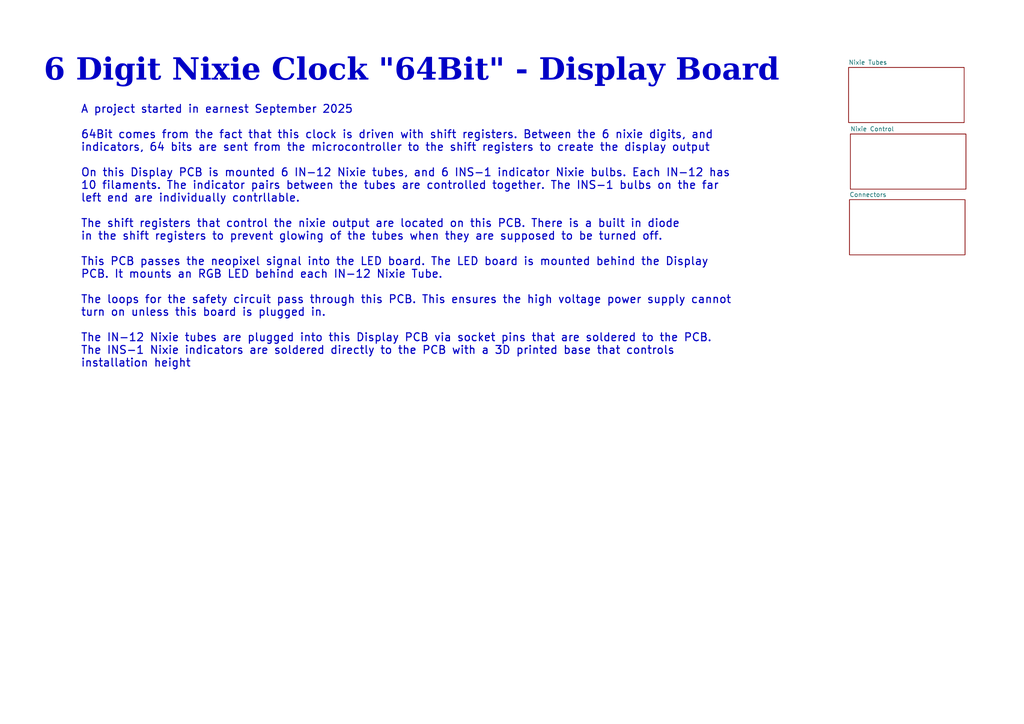
<source format=kicad_sch>
(kicad_sch
	(version 20250114)
	(generator "eeschema")
	(generator_version "9.0")
	(uuid "3ab47579-c55e-4cf3-af0d-d55f8da82eb3")
	(paper "A4")
	(title_block
		(title "Project Overview")
		(date "2025-10-04")
		(rev "1")
		(company "Kadin Whiting")
	)
	(lib_symbols)
	(text "6 Digit Nixie Clock \"64Bit\" - Display Board"
		(exclude_from_sim no)
		(at 119.38 22.352 0)
		(effects
			(font
				(face "Georgia")
				(size 6.35 6.35)
				(thickness 0.254)
				(bold yes)
			)
		)
		(uuid "d796eaa7-2234-4923-9abe-829ef6d3e9ec")
	)
	(text "A project started in earnest September 2025\n\n64Bit comes from the fact that this clock is driven with shift registers. Between the 6 nixie digits, and \nindicators, 64 bits are sent from the microcontroller to the shift registers to create the display output\n\nOn this Display PCB is mounted 6 IN-12 Nixie tubes, and 6 INS-1 indicator Nixie bulbs. Each IN-12 has\n10 filaments. The indicator pairs between the tubes are controlled together. The INS-1 bulbs on the far\nleft end are individually contrllable.\n\nThe shift registers that control the nixie output are located on this PCB. There is a built in diode\nin the shift registers to prevent glowing of the tubes when they are supposed to be turned off.\n\nThis PCB passes the neopixel signal into the LED board. The LED board is mounted behind the Display\nPCB. It mounts an RGB LED behind each IN-12 Nixie Tube.\n\nThe loops for the safety circuit pass through this PCB. This ensures the high voltage power supply cannot\nturn on unless this board is plugged in.\n\nThe IN-12 Nixie tubes are plugged into this Display PCB via socket pins that are soldered to the PCB.\nThe INS-1 Nixie indicators are soldered directly to the PCB with a 3D printed base that controls \ninstallation height"
		(exclude_from_sim no)
		(at 23.368 68.58 0)
		(effects
			(font
				(size 2.286 2.286)
				(thickness 0.3175)
			)
			(justify left)
		)
		(uuid "f8b19e05-2deb-4aa5-be60-8478b3b1e0f4")
	)
	(sheet
		(at 246.126 19.558)
		(size 33.528 16.002)
		(exclude_from_sim no)
		(in_bom yes)
		(on_board yes)
		(dnp no)
		(fields_autoplaced yes)
		(stroke
			(width 0.1524)
			(type solid)
		)
		(fill
			(color 0 0 0 0.0000)
		)
		(uuid "4b90c785-c221-43c1-b8ac-e82fc29f5ba3")
		(property "Sheetname" "Nixie Tubes"
			(at 246.126 18.8464 0)
			(effects
				(font
					(size 1.27 1.27)
				)
				(justify left bottom)
			)
		)
		(property "Sheetfile" "Nixie Tubes.kicad_sch"
			(at 246.126 36.1446 0)
			(effects
				(font
					(size 1.27 1.27)
				)
				(justify left top)
				(hide yes)
			)
		)
		(instances
			(project "64 Bit - Display Board"
				(path "/3ab47579-c55e-4cf3-af0d-d55f8da82eb3"
					(page "4")
				)
			)
		)
	)
	(sheet
		(at 246.38 57.912)
		(size 33.528 16.002)
		(exclude_from_sim no)
		(in_bom yes)
		(on_board yes)
		(dnp no)
		(fields_autoplaced yes)
		(stroke
			(width 0.1524)
			(type solid)
		)
		(fill
			(color 0 0 0 0.0000)
		)
		(uuid "52bdd79e-5cd5-409e-8898-d890668503d0")
		(property "Sheetname" "Connectors"
			(at 246.38 57.2004 0)
			(effects
				(font
					(size 1.27 1.27)
				)
				(justify left bottom)
			)
		)
		(property "Sheetfile" "Connectors.kicad_sch"
			(at 246.38 74.4986 0)
			(effects
				(font
					(size 1.27 1.27)
				)
				(justify left top)
				(hide yes)
			)
		)
		(instances
			(project "64 Bit - Display Board"
				(path "/3ab47579-c55e-4cf3-af0d-d55f8da82eb3"
					(page "3")
				)
			)
		)
	)
	(sheet
		(at 246.634 38.862)
		(size 33.528 16.002)
		(exclude_from_sim no)
		(in_bom yes)
		(on_board yes)
		(dnp no)
		(fields_autoplaced yes)
		(stroke
			(width 0.1524)
			(type solid)
		)
		(fill
			(color 0 0 0 0.0000)
		)
		(uuid "dea4c5fa-643d-402c-a6d6-4e528b38da88")
		(property "Sheetname" "Nixie Control"
			(at 246.634 38.1504 0)
			(effects
				(font
					(size 1.27 1.27)
				)
				(justify left bottom)
			)
		)
		(property "Sheetfile" "Nixie Control.kicad_sch"
			(at 246.634 55.4486 0)
			(effects
				(font
					(size 1.27 1.27)
				)
				(justify left top)
				(hide yes)
			)
		)
		(instances
			(project "64 Bit - Display Board"
				(path "/3ab47579-c55e-4cf3-af0d-d55f8da82eb3"
					(page "2")
				)
			)
		)
	)
	(sheet_instances
		(path "/"
			(page "1")
		)
	)
	(embedded_fonts no)
)

</source>
